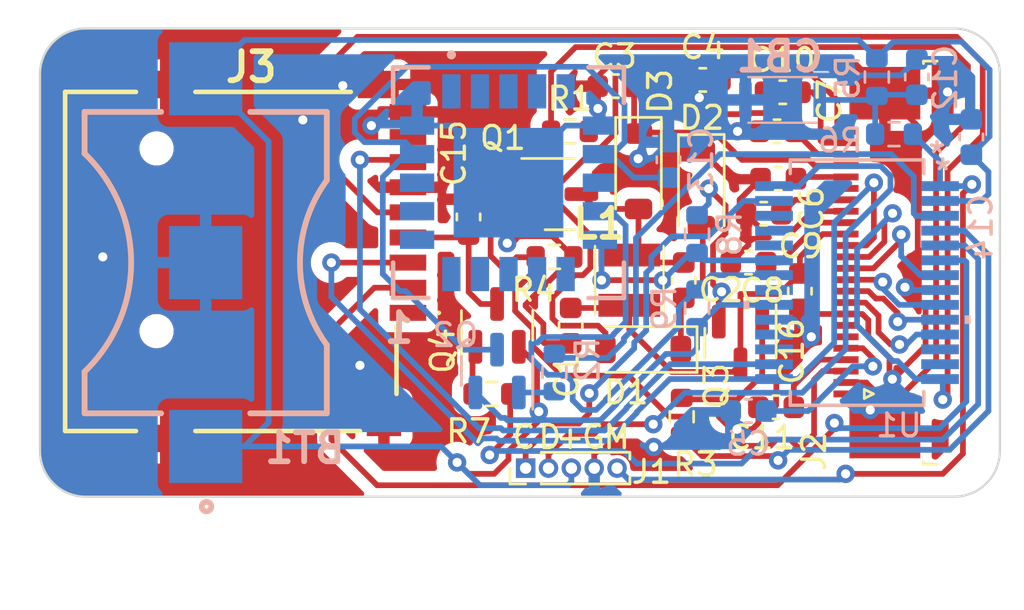
<source format=kicad_pcb>
(kicad_pcb (version 20240108) (generator "pcbnew") (generator_version "8.0")
  (layers (0 "F.Cu" signal) (31 "B.Cu" signal) (34 "B.Paste" user) (35 "F.Paste" user) (36 "B.SilkS" user "B.Silkscreen") (37 "F.SilkS" user "F.Silkscreen") (38 "B.Mask" user) (39 "F.Mask" user) (44 "Edge.Cuts" user))
  (net 0 "")
  (net 6 "GND")
  (net 7 "/CO2_3V3")
  (net 9 "/SCL")
  (net 10 "/SDA")
  (net 19 "+3.3V")
  (net 20 "/SC_3V3")
  (net 21 "Net-(D1-K)")
  (net 22 "Net-(D3-A)")
  (net 23 "/PREVGH")
  (net 24 "/VCOM")
  (net 25 "Net-(J2-Pin_5)")
  (net 26 "Net-(J2-Pin_20)")
  (net 27 "Net-(J2-Pin_22)")
  (net 28 "Net-(J2-Pin_16)")
  (net 29 "Net-(J2-Pin_18)")
  (net 30 "/PREVGL")
  (net 31 "Net-(J2-Pin_4)")
  (net 32 "/ICSPCLK")
  (net 33 "/ICSPDAT")
  (net 34 "/MCLR")
  (net 36 "/GDR")
  (net 37 "/RESE")
  (net 40 "/Screen_BUSY")
  (net 41 "/Screen_RES")
  (net 42 "/D{slash}C")
  (net 43 "/Screen_CS")
  (net 44 "/SCK")
  (net 45 "/SDI")
  (net 48 "/SD_CS")
  (net 49 "Net-(J3-VDD)")
  (net 50 "/SDO")
  (net 52 "Net-(Q2-G)")
  (net 53 "Net-(Q3-G)")
  (net 54 "Net-(Q4-G)")
  (net 55 "/CO2_PWR")
  (net 56 "/Screen_PWR")
  (net 57 "/SD_PWR")
  (net 66 "Net-(C12-Pad2)")
  (footprint "Resistor_SMD:R_0603_1608Metric" (layer "F.Cu") (at 184 126 180)
    (property "Reference" "R7")
    (property "Value" "10k")
  )
  (footprint "Capacitor_SMD:C_0603_1608Metric" (layer "F.Cu") (at 193.25 112.25)
    (property "Reference" "C4")
    (property "Value" "1u")
  )
  (footprint "Capacitor_SMD:C_0603_1608Metric" (layer "F.Cu") (at 187.470437 123.011132 -90)
    (property "Reference" "C1")
    (property "Value" "4.7u")
  )
  (footprint "Capacitor_SMD:C_0603_1608Metric" (layer "F.Cu") (at 192.418 121.020382 90)
    (property "Reference" "C2")
    (property "Value" "4.7u")
  )
  (footprint "Connector_FFC-FPC:TE_2-1734839-4_1x24-1MP_P0.5mm_Horizontal" (layer "F.Cu") (at 200.867 120.25 90)
    (property "Reference" "J2")
    (property "Value" "FPC24 (0.5mm)")
  )
  (footprint "Diode_SMD:D_SOD-123" (layer "F.Cu") (at 190.640086 124.05378 180)
    (property "Reference" "D1")
    (property "Value" "D")
  )
  (footprint "Capacitor_SMD:C_0603_1608Metric" (layer "F.Cu") (at 196.749999 112.789777)
    (property "Reference" "C10")
    (property "Value" "1u")
  )
  (footprint "Capacitor_SMD:C_0603_1608Metric" (layer "F.Cu") (at 189.427665 112.522265 180)
    (property "Reference" "C3")
    (property "Value" "1u")
  )
  (footprint "Resistor_SMD:R_0603_1608Metric" (layer "F.Cu") (at 192.327987 126.998208 90)
    (property "Reference" "R3")
    (property "Value" "10k")
  )
  (footprint "Capacitor_SMD:C_0603_1608Metric" (layer "F.Cu") (at 183 118.25 90)
    (property "Reference" "C15")
    (property "Value" "0.1u")
  )
  (footprint "Connector_PinHeader_1.00mm:PinHeader_1x05_P1.00mm_Vertical" (layer "F.Cu") (at 185.5 129.25 90)
    (property "Reference" "J1")
    (property "Value" "Conn_01x05_Pin")
  )
  (footprint "Resistor_SMD:R_0603_1608Metric" (layer "F.Cu") (at 186.7625 120 180)
    (property "Reference" "R4")
    (property "Value" "0.47")
  )
  (footprint "Capacitor_SMD:C_0603_1608Metric" (layer "F.Cu") (at 195.914234 118.110744)
    (property "Reference" "C9")
    (property "Value" "1u")
  )
  (footprint "Capacitor_SMD:C_0603_1608Metric" (layer "F.Cu") (at 195.25 120.25)
    (property "Reference" "C8")
    (property "Value" "1u")
  )
  (footprint "Package_TO_SOT_SMD:SOT-23" (layer "F.Cu") (at 184.25 123 90)
    (property "Reference" "Q4")
    (property "Value" "PMOS")
  )
  (footprint "Resistor_SMD:R_0603_1608Metric" (layer "F.Cu") (at 187.4375 114.5)
    (property "Reference" "R1")
    (property "Value" "1M")
  )
  (footprint "Package_TO_SOT_SMD:SOT-23" (layer "F.Cu") (at 194.899501 123.772088 -90)
    (property "Reference" "Q3")
    (property "Value" "PMOS")
  )
  (footprint "Diode_SMD:D_SOD-123" (layer "F.Cu") (at 193.1875 117 -90)
    (property "Reference" "D2")
    (property "Value" "D")
  )
  (footprint "Package_TO_SOT_SMD:SOT-23" (layer "F.Cu") (at 187 117.25)
    (property "Reference" "Q1")
    (property "Value" "NMOS")
  )
  (footprint "Diode_SMD:D_SOD-123" (layer "F.Cu") (at 190.4375 116.25 -90)
    (property "Reference" "D3")
    (property "Value" "D")
  )
  (footprint "Capacitor_SMD:C_0603_1608Metric" (layer "F.Cu") (at 196.458764 126.58553)
    (property "Reference" "C11")
    (property "Value" "1u")
  )
  (footprint "Capacitor_SMD:C_0603_1608Metric" (layer "F.Cu") (at 196.553724 116.574577)
    (property "Reference" "C6")
    (property "Value" "1u")
  )
  (footprint "CO2_Sensor_Footprint:MSD1A" (layer "F.Cu") (at 172.85 120.2 -90)
    (property "Reference" "J3")
    (property "Value" "Micro_SD_Card" (hide yes))
  )
  (footprint "Capacitor_SMD:C_0603_1608Metric" (layer "F.Cu") (at 197.5 121.5 90)
    (property "Reference" "C16")
    (property "Value" "0.1u")
  )
  (footprint "Capacitor_SMD:C_0603_1608Metric" (layer "F.Cu") (at 196.5 114.5)
    (property "Reference" "C7")
    (property "Value" "1u")
  )
  (footprint "CO2_Sensor_Footprint:SRN3015" (layer "F.Cu") (at 190.03535 121.019676)
    (property "Reference" "L1")
    (property "Value" "10u" (hide yes))
  )
  (footprint "Capacitor_SMD:C_0603_1608Metric" (layer "B.Cu") (at 191.75 115.75 90)
    (property "Reference" "C13")
    (property "Value" "0.1u")
  )
  (footprint "CO2_Sensor_Footprint:SCD40DR2" (layer "B.Cu") (at 184.75 116.75 -90)
    (property "Reference" "1")
    (property "Value" "SCD40-D-R2" (hide yes))
  )
  (footprint "CO2_Sensor_Footprint:SSOP28_SS_MCH" (layer "B.Cu") (at 200 121.125035 180)
    (property "Reference" "U1")
    (property "Value" "PIC16F18155-I_SS")
  )
  (footprint "Resistor_SMD:R_0603_1608Metric" (layer "B.Cu") (at 200.8678 112.125035 90)
    (property "Reference" "R5")
    (property "Value" "10k")
  )
  (footprint "CO2_Sensor_Footprint:TL3780AF240QG" (layer "B.Cu") (at 196.7428 113.125035 180)
    (property "Reference" "CB1")
    (property "Value" "CircuitBreaker_1P" (hide yes))
  )
  (footprint "Capacitor_SMD:C_0603_1608Metric" (layer "B.Cu") (at 205 114.75 -90)
    (property "Reference" "C14")
    (property "Value" "0.1u")
  )
  (footprint "Resistor_SMD:R_0603_1608Metric" (layer "B.Cu") (at 193 119 90)
    (property "Reference" "R8")
    (property "Value" "10k")
  )
  (footprint "Package_TO_SOT_SMD:SOT-23" (layer "B.Cu") (at 184.25 125 90)
    (property "Reference" "Q2")
    (property "Value" "PMOS")
  )
  (footprint "Capacitor_SMD:C_0603_1608Metric" (layer "B.Cu") (at 202.6178 112.125035 -90)
    (property "Reference" "C12")
    (property "Value" "10n")
  )
  (footprint "Resistor_SMD:R_0603_1608Metric" (layer "B.Cu") (at 186.759249 125.060911 -90)
    (property "Reference" "R2")
    (property "Value" "10k")
  )
  (footprint "Resistor_SMD:R_0603_1608Metric" (layer "B.Cu") (at 193 122.25 -90)
    (property "Reference" "R9")
    (property "Value" "10k")
  )
  (footprint "Resistor_SMD:R_0603_1608Metric" (layer "B.Cu") (at 201.6178 114.625035 180)
    (property "Reference" "R6")
    (property "Value" "300")
  )
  (footprint "CO2_Sensor_Footprint:SMTM1225" (layer "B.Cu") (at 171.5 120.25 90)
    (property "Reference" "BT1")
    (property "Value" "CR2032" (hide yes))
  )
  (footprint "Capacitor_SMD:C_0603_1608Metric" (layer "B.Cu") (at 195.25 126.75)
    (property "Reference" "C5")
    (property "Value" "1u")
  )
  (gr_arc (start 164.25 112) (mid 164.835786 110.585786) (end 166.25 110) (stroke (width 0.1)) (layer "Edge.Cuts"))
  (gr_arc (start 204.25 110) (mid 205.664214 110.585786) (end 206.25 112) (stroke (width 0.1)) (layer "Edge.Cuts"))
  (gr_arc (start 206.25 128.5) (mid 205.664214 129.914214) (end 204.25 130.5) (stroke (width 0.1)) (layer "Edge.Cuts"))
  (gr_line (start 206.25 128.5) (end 206.25 112) (stroke (width 0.1)) (layer "Edge.Cuts"))
  (gr_line (start 204.25 110) (end 166.25 110) (stroke (width 0.1)) (layer "Edge.Cuts"))
  (gr_line (start 164.25 112) (end 164.25 128.5) (stroke (width 0.1)) (layer "Edge.Cuts"))
  (gr_line (start 166.25 130.5) (end 204.25 130.5) (stroke (width 0.1)) (layer "Edge.Cuts"))
  (gr_arc (start 166.25 130.5) (mid 164.835786 129.914214) (end 164.25 128.5) (stroke (width 0.1)) (layer "Edge.Cuts"))
  (gr_text "C" (at 185.42 127.889 0) (layer "F.SilkS") (effects (font (size 1 1))))
  (gr_text "D" (at 186.563 127.889 0) (layer "F.SilkS") (effects (font (size 1 1))))
  (gr_text "+" (at 187.452 127.889 0) (layer "F.SilkS") (effects (font (size 1 1))))
  (gr_text "G" (at 188.468 127.889 0) (layer "F.SilkS") (effects (font (size 1 1))))
  (gr_text "M" (at 189.484 127.889 0) (layer "F.SilkS") (effects (font (size 1 1))))
  (segment (start 203 123.898) (end 203 122.23273) (width 0.25) (layer "F.Cu") (net 6))
  (segment (start 191.497265 111.272265) (end 189.477735 111.272265) (width 0.25) (layer "F.Cu") (net 6))
  (segment (start 186.275 122.929908) (end 186.275 123.739708) (width 0.25) (layer "F.Cu") (net 6))
  (segment (start 193.097043 113.0255) (end 192.475 112.403457) (width 0.25) (layer "F.Cu") (net 6))
  (segment (start 195.714776 113.05) (end 195.974999 112.789777) (width 0.25) (layer "F.Cu") (net 6))
  (segment (start 188.6625 113.502353) (end 188.6625 114.1) (width 0.25) (layer "F.Cu") (net 6))
  (segment (start 197.5 123.5) (end 197.5 122.275) (width 0.25) (layer "F.Cu") (net 6))
  (segment (start 198 123.5) (end 197.5 123.5) (width 0.25) (layer "F.Cu") (net 6))
  (segment (start 188.6625 112.5) (end 188.6625 113.502353) (width 0.25) (layer "F.Cu") (net 6))
  (segment (start 195.683764 126.58553) (end 195.683764 127.277236) (width 0.25) (layer "F.Cu") (net 6))
  (segment (start 195.25 119.475) (end 195.25 118.5) (width 0.25) (layer "F.Cu") (net 6))
  (segment (start 201.501799 126.701799) (end 202.7 127.9) (width 0.25) (layer "F.Cu") (net 6))
  (segment (start 191.100405 128.3255) (end 190.925905 128.5) (width 0.25) (layer "F.Cu") (net 6))
  (segment (start 200.49356 122.763968) (end 200.229592 122.5) (width 0.25) (layer "F.Cu") (net 6))
  (segment (start 196.469 125.531) (end 197.5 124.5) (width 0.25) (layer "F.Cu") (net 6))
  (segment (start 195.412361 127.548639) (end 194.75 127.548639) (width 0.25) (layer "F.Cu") (net 6))
  (segment (start 193.121543 113.05) (end 195.714776 113.05) (width 0.25) (layer "F.Cu") (net 6))
  (segment (start 188.652665 112.097335) (end 188.652665 112.522265) (width 0.25) (layer "F.Cu") (net 6))
  (segment (start 188.64896 128.5) (end 188.5 128.64896) (width 0.25) (layer "F.Cu") (net 6))
  (segment (start 198.052795 118) (end 197.142051 118.910744) (width 0.25) (layer "F.Cu") (net 6))
  (segment (start 187.5875 120) (end 185.5 122.0875) (width 0.25) (layer "F.Cu") (net 6))
  (segment (start 195.778724 116.574577) (end 195.975 116.770853) (width 0.25) (layer "F.Cu") (net 6))
  (segment (start 199.837 111.45) (end 201.217 112.83) (width 0.25) (layer "F.Cu") (net 6))
  (segment (start 196.458764 126.107713) (end 196.469 126.097477) (width 0.25) (layer "F.Cu") (net 6))
  (segment (start 194.8625 118.1125) (end 194.8625 117.490801) (width 0.25) (layer "F.Cu") (net 6))
  (segment (start 192.475 112.403457) (end 192.475 112.25) (width 0.25) (layer "F.Cu") (net 6))
  (segment (start 195.939234 118.910744) (end 195.139234 118.110744) (width 0.25) (layer "F.Cu") (net 6))
  (segment (start 186.275 123.739708) (end 186.310292 123.775) (width 0.25) (layer "F.Cu") (net 6))
  (segment (start 202.656007 120.771251) (end 202.097264 121.329994) (width 0.25) (layer "F.Cu") (net 6))
  (segment (start 186.68125 119.09375) (end 187.5875 120) (width 0.25) (layer "F.Cu") (net 6))
  (segment (start 192.837715 115.699785) (end 193.1875 115.35) (width 0.25) (layer "F.Cu") (net 6))
  (segment (start 185.5 122.154908) (end 186.275 122.929908) (width 0.25) (layer "F.Cu") (net 6))
  (segment (start 197.725 122.5) (end 197.5 122.275) (width 0.25) (layer "F.Cu") (net 6))
  (segment (start 188.661645 113.501498) (end 188.661645 112.31044) (width 0.25) (layer "F.Cu") (net 6))
  (segment (start 194.8625 117.490801) (end 195.778724 116.574577) (width 0.25) (layer "F.Cu") (net 6))
  (segment (start 200.49356 123.49356) (end 200.49356 122.763968) (width 0.25) (layer "F.Cu") (net 6))
  (segment (start 174.2 112.45) (end 175.75 114) (width 0.25) (layer "F.Cu") (net 6))
  (segment (start 193.275 111.45) (end 199.837 111.45) (width 0.25) (layer "F.Cu") (net 6))
  (segment (start 195.297467 118.60946) (end 195.297467 118.547467) (width 0.25) (layer "F.Cu") (net 6))
  (segment (start 201.217 112.83) (end 202.656007 114.269007) (width 0.25) (layer "F.Cu") (net 6))
  (segment (start 188.6625 114.1) (end 188.2625 114.5) (width 0.25) (layer "F.Cu") (net 6))
  (segment (start 169.75 112.45) (end 174.2 112.45) (width 0.25) (layer "F.Cu") (net 6))
  (segment (start 190.925905 128.5) (end 188.64896 128.5) (width 0.25) (layer "F.Cu") (net 6))
  (segment (start 185.5 122.0875) (end 185.5 122.154908) (width 0.25) (layer "F.Cu") (net 6))
  (segment (start 195.25 118.5) (end 194.8625 118.1125) (width 0.25) (layer "F.Cu") (net 6))
  (segment (start 202.656007 114.269007) (end 202.656007 120.771251) (width 0.25) (layer "F.Cu") (net 6))
  (segment (start 180.35 113.65) (end 179.35 113.65) (width 0.25) (layer "F.Cu") (net 6))
  (segment (start 199.45 118) (end 198.052795 118) (width 0.25) (layer "F.Cu") (net 6))
  (segment (start 203 122.23273) (end 202.097264 121.329994) (width 0.25) (layer "F.Cu") (net 6))
  (segment (start 185.000669 119.09375) (end 186.68125 119.09375) (width 0.25) (layer "F.Cu") (net 6))
  (segment (start 195.297467 118.547467) (end 194.8625 118.1125) (width 0.25) (layer "F.Cu") (net 6))
  (segment (start 196.211 126.75) (end 196.458764 126.502236) (width 0.25) (layer "F.Cu") (net 6))
  (segment (start 188.5 128.64896) (end 188.5 129.25) (width 0.25) (layer "F.Cu") (net 6))
  (segment (start 201.418201 124.418201) (end 200.49356 123.49356) (width 0.25) (layer "F.Cu") (net 6))
  (segment (start 196.458764 126.502236) (end 196.458764 126.107713) (width 0.25) (layer "F.Cu") (net 6))
  (segment (start 194.475 120.25) (end 195.25 119.475) (width 0.25) (layer "F.Cu") (net 6))
  (segment (start 197.142051 118.910744) (end 195.939234 118.910744) (width 0.25) (layer "F.Cu") (net 6))
  (segment (start 194.774 114.5) (end 195.725 114.5) (width 0.25) (layer "F.Cu") (net 6))
  (segment (start 200.577201 126.701799) (end 201.501799 126.701799) (width 0.25) (layer "F.Cu") (net 6))
  (segment (start 190.423449 115.699785) (end 192.837715 115.699785) (width 0.25) (layer "F.Cu") (net 6))
  (segment (start 195.725 126.75) (end 196.211 126.75) (width 0.25) (layer "F.Cu") (net 6))
  (segment (start 179.35 113.65) (end 178.75 114.25) (width 0.25) (layer "F.Cu") (net 6))
  (segment (start 196.469 126.097477) (end 196.469 125.531) (width 0.25) (layer "F.Cu") (net 6))
  (segment (start 200.229592 122.5) (end 197.725 122.5) (width 0.25) (layer "F.Cu") (net 6))
  (segment (start 201.544701 125.353299) (end 201.418201 125.226799) (width 0.25) (layer "F.Cu") (net 6))
  (segment (start 201.418201 125.226799) (end 201.418201 124.418201) (width 0.25) (layer "F.Cu") (net 6))
  (segment (start 201.544701 125.353299) (end 203 123.898) (width 0.25) (layer "F.Cu") (net 6))
  (segment (start 195.778724 116.574577) (end 194.412077 116.574577) (width 0.25) (layer "F.Cu") (net 6))
  (segment (start 195.683764 127.277236) (end 195.412361 127.548639) (width 0.25) (layer "F.Cu") (net 6))
  (segment (start 188.6625 113.502353) (end 188.661645 113.501498) (width 0.25) (layer "F.Cu") (net 6))
  (segment (start 184.693921 119.400498) (end 185.000669 119.09375) (width 0.25) (layer "F.Cu") (net 6))
  (segment (start 193.097043 113.0255) (end 193.121543 113.05) (width 0.25) (layer "F.Cu") (net 6))
  (segment (start 186.310292 123.775) (end 187.306349 123.775) (width 0.25) (layer "F.Cu") (net 6))
  (segment (start 197.5 124.5) (end 197.5 123.5) (width 0.25) (layer "F.Cu") (net 6))
  (segment (start 189.477735 111.272265) (end 188.652665 112.097335) (width 0.25) (layer "F.Cu") (net 6))
  (segment (start 192.475 112.25) (end 191.497265 111.272265) (width 0.25) (layer "F.Cu") (net 6))
  (segment (start 194.412077 116.574577) (end 193.1875 115.35) (width 0.25) (layer "F.Cu") (net 6))
  (segment (start 192.475 112.25) (end 193.275 111.45) (width 0.25) (layer "F.Cu") (net 6))
  (via (at 194.774 114.5) (size 0.8) (drill 0.4) (layers "F.Cu" "B.Cu") (net 6))
  (via (at 203.962 112.776) (size 0.8) (drill 0.4) (layers "F.Cu" "B.Cu") (net 6))
  (via (at 190.423449 115.699785) (size 0.8) (drill 0.4) (layers "F.Cu" "B.Cu") (net 6))
  (via (at 177.5 112.5) (size 0.8) (drill 0.4) (layers "F.Cu" "B.Cu") (net 6))
  (via (at 188.6625 113.502353) (size 0.8) (drill 0.4) (layers "F.Cu" "B.Cu") (net 6))
  (via (at 184.693921 119.400498) (size 0.8) (drill 0.4) (layers "F.Cu" "B.Cu") (net 6))
  (via (at 167 120) (size 0.8) (drill 0.4) (layers "F.Cu" "B.Cu") (net 6))
  (via (at 178.75 114.25) (size 0.8) (drill 0.4) (layers "F.Cu" "B.Cu") (net 6))
  (via (at 202.097264 121.329994) (size 0.8) (drill 0.4) (layers "F.Cu" "B.Cu") (net 6))
  (via (at 193.097043 113.0255) (size 0.8) (drill 0.4) (layers "F.Cu" "B.Cu") (net 6))
  (via (at 200.577201 126.701799) (size 0.8) (drill 0.4) (layers "F.Cu" "B.Cu") (net 6))
  (via (at 178.25 124.75) (size 0.8) (drill 0.4) (layers "F.Cu" "B.Cu") (net 6))
  (via (at 175.75 114) (size 0.8) (drill 0.4) (layers "F.Cu" "B.Cu") (net 6))
  (via (at 201.544701 125.353299) (size 0.8) (drill 0.4) (layers "F.Cu" "B.Cu") (net 6))
  (via (at 191.100405 128.3255) (size 0.8) (drill 0.4) (layers "F.Cu" "B.Cu") (net 6))
  (via (at 198 123.5) (size 0.8) (drill 0.4) (layers "F.Cu" "B.Cu") (net 6))
  (via (at 194.75 127.548639) (size 0.8) (drill 0.4) (layers "F.Cu" "B.Cu") (net 6))
  (segment (start 180.75 114.25) (end 182.25 114.25) (width 0.25) (layer "B.Cu") (net 6))
  (segment (start 178.75 114.25) (end 180.75 114.25) (width 0.25) (layer "B.Cu") (net 6))
  (segment (start 193.973139 128.3255) (end 194.75 127.548639) (width 0.25) (layer "B.Cu") (net 6))
  (segment (start 194.75 127.025) (end 194.475 126.75) (width 0.25) (layer "B.Cu") (net 6))
  (segment (start 201.9178 112.050035) (end 202.6178 111.350035) (width 0.25) (layer "B.Cu") (net 6))
  (segment (start 184.693921 119.400498) (end 184.75 119.344419) (width 0.25) (layer "B.Cu") (net 6))
  (segment (start 187.25 114.25) (end 184.75 116.75) (width 0.25) (layer "B.Cu") (net 6))
  (segment (start 196.3678 122.75) (end 197.25 122.75) (width 0.25) (layer "B.Cu") (net 6))
  (segment (start 191.025215 115.699785) (end 191.75 114.975) (width 0.25) (layer "B.Cu") (net 6))
  (segment (start 201.544701 125.353299) (end 201.544701 125.734299) (width 0.25) (layer "B.Cu") (net 6))
  (segment (start 184.75 119.344419) (end 184.75 116.75) (width 0.25) (layer "B.Cu") (net 6))
  (segment (start 201.544701 125.734299) (end 200.577201 126.701799) (width 0.25) (layer "B.Cu") (net 6))
  (segment (start 190.423449 115.699785) (end 191.025215 115.699785) (width 0.25) (layer "B.Cu") (net 6))
  (segment (start 202.217298 121.450028) (end 203.6322 121.450028) (width 0.25) (layer "B.Cu") (net 6))
  (segment (start 202.097264 121.329994) (end 202.217298 121.450028) (width 0.25) (layer "B.Cu") (net 6))
  (segment (start 191.100405 128.3255) (end 193.973139 128.3255) (width 0.25) (layer "B.Cu") (net 6))
  (segment (start 194.072508 112.050035) (end 201.9178 112.050035) (width 0.25) (layer "B.Cu") (net 6))
  (segment (start 182.25 114.25) (end 184.75 116.75) (width 0.25) (layer "B.Cu") (net 6))
  (segment (start 188.75 114.25) (end 187.25 114.25) (width 0.25) (layer "B.Cu") (net 6))
  (segment (start 193.097043 113.0255) (end 194.072508 112.050035) (width 0.25) (layer "B.Cu") (net 6))
  (segment (start 197.25 122.75) (end 198 123.5) (width 0.25) (layer "B.Cu") (net 6))
  (segment (start 194.75 127.548639) (end 194.75 127.025) (width 0.25) (layer "B.Cu") (net 6))
  (segment (start 195.018265 113.0255) (end 195.1178 113.125035) (width 0.25) (layer "B.Cu") (net 6))
  (segment (start 193.097043 113.0255) (end 195.018265 113.0255) (width 0.25) (layer "B.Cu") (net 6))
  (segment (start 188.175 111.675) (end 180.299695 111.675) (width 0.25) (layer "B.Cu") (net 7))
  (segment (start 182.8125 124.0625) (end 180.25 121.5) (width 0.25) (layer "B.Cu") (net 7))
  (segment (start 188.75 115.5) (end 189.3 115.5) (width 0.25) (layer "B.Cu") (net 7))
  (segment (start 180.225 114.975) (end 180.75 115.5) (width 0.25) (layer "B.Cu") (net 7))
  (segment (start 180 121.5) (end 179.25 120.75) (width 0.25) (layer "B.Cu") (net 7))
  (segment (start 188.75 115.5) (end 189.198359 115.5) (width 0.25) (layer "B.Cu") (net 7))
  (segment (start 179.25 120.75) (end 179.25 116.5) (width 0.25) (layer "B.Cu") (net 7))
  (segment (start 180.25 121.5) (end 180 121.5) (width 0.25) (layer "B.Cu") (net 7))
  (segment (start 178.449695 114.975) (end 180.225 114.975) (width 0.25) (layer "B.Cu") (net 7))
  (segment (start 189.3 115.5) (end 189.825 114.975) (width 0.25) (layer "B.Cu") (net 7))
  (segment (start 189.825 113.325) (end 188.175 111.675) (width 0.25) (layer "B.Cu") (net 7))
  (segment (start 180.25 115.5) (end 180.75 115.5) (width 0.25) (layer "B.Cu") (net 7))
  (segment (start 189.198359 115.5) (end 190.223359 116.525) (width 0.25) (layer "B.Cu") (net 7))
  (segment (start 179.25 116.5) (end 180.25 115.5) (width 0.25) (layer "B.Cu") (net 7))
  (segment (start 178.025 113.949695) (end 178.025 114.550305) (width 0.25) (layer "B.Cu") (net 7))
  (segment (start 189.825 114.975) (end 189.825 113.325) (width 0.25) (layer "B.Cu") (net 7))
  (segment (start 190.223359 116.525) (end 191.75 116.525) (width 0.25) (layer "B.Cu") (net 7))
  (segment (start 180.299695 111.675) (end 178.025 113.949695) (width 0.25) (layer "B.Cu") (net 7))
  (segment (start 184.25 124.0625) (end 182.8125 124.0625) (width 0.25) (layer "B.Cu") (net 7))
  (segment (start 178.025 114.550305) (end 178.449695 114.975) (width 0.25) (layer "B.Cu") (net 7))
  (segment (start 186.466787 125.160911) (end 185.75 124.444124) (width 0.25) (layer "B.Cu") (net 9))
  (segment (start 186.027698 123.75) (end 186.266787 123.510911) (width 0.25) (layer "B.Cu") (net 9))
  (segment (start 187.559249 125.468449) (end 187.251711 125.160911) (width 0.25) (layer "B.Cu") (net 9))
  (segment (start 186.266787 123.510911) (end 189.239089 123.510911) (width 0.25) (layer "B.Cu") (net 9))
  (segment (start 192.2 122.225) (end 192.2 123.05) (width 0.25) (layer "B.Cu") (net 9))
  (segment (start 189.25 118) (end 188.75 118) (width 0.25) (layer "B.Cu") (net 9))
  (segment (start 189.008749 126.241251) (end 189.008749 126.274875) (width 0.25) (layer "B.Cu") (net 9))
  (segment (start 189.35 123.4) (end 189.35 123.377208) (width 0.25) (layer "B.Cu") (net 9))
  (segment (start 187.983444 126.69957) (end 187.559249 126.275375) (width 0.25) (layer "B.Cu") (net 9))
  (segment (start 185.75 123.75) (end 186.027698 123.75) (width 0.25) (layer "B.Cu") (net 9))
  (segment (start 189.008749 126.274875) (end 188.584054 126.69957) (width 0.25) (layer "B.Cu") (net 9))
  (segment (start 193.624958 120.800042) (end 193 121.425) (width 0.25) (layer "B.Cu") (net 9))
  (segment (start 193 121.425) (end 192.2 122.225) (width 0.25) (layer "B.Cu") (net 9))
  (segment (start 189.35 123.377208) (end 189.875 122.852208) (width 0.25) (layer "B.Cu") (net 9))
  (segment (start 189.875 118.625) (end 189.25 118) (width 0.25) (layer "B.Cu") (net 9))
  (segment (start 189.875 122.852208) (end 189.875 118.625) (width 0.25) (layer "B.Cu") (net 9))
  (segment (start 192.2 123.05) (end 189.008749 126.241251) (width 0.25) (layer "B.Cu") (net 9))
  (segment (start 185.75 124.444124) (end 185.75 123.75) (width 0.25) (layer "B.Cu") (net 9))
  (segment (start 188.584054 126.69957) (end 187.983444 126.69957) (width 0.25) (layer "B.Cu") (net 9))
  (segment (start 187.251711 125.160911) (end 186.466787 125.160911) (width 0.25) (layer "B.Cu") (net 9))
  (segment (start 196.3678 120.800042) (end 193.624958 120.800042) (width 0.25) (layer "B.Cu") (net 9))
  (segment (start 189.239089 123.510911) (end 189.35 123.4) (width 0.25) (layer "B.Cu") (net 9))
  (segment (start 187.559249 126.275375) (end 187.559249 125.468449) (width 0.25) (layer "B.Cu") (net 9))
  (segment (start 191.4995 121.026507) (end 191.492171 121.019178) (width 0.25) (layer "F.Cu") (net 10))
  (segment (start 191.492171 121.019178) (end 188.821751 121.019178) (width 0.25) (layer "F.Cu") (net 10))
  (via (at 191.4995 121.026507) (size 0.8) (drill 0.4) (layers "F.Cu" "B.Cu") (net 10))
  (via (at 188.821751 121.019178) (size 0.8) (drill 0.4) (layers "F.Cu" "B.Cu") (net 10))
  (segment (start 188.821751 121.019178) (end 188.821751 119.321751) (width 0.25) (layer "B.Cu") (net 10))
  (segment (start 196.3678 120.150056) (end 193.325056 120.150056) (width 0.25) (layer "B.Cu") (net 10))
  (segment (start 188.821751 119.321751) (end 188.75 119.25) (width 0.25) (layer "B.Cu") (net 10))
  (segment (start 191.4995 121.026507) (end 192.701007 119.825) (width 0.25) (layer "B.Cu") (net 10))
  (segment (start 193.325056 120.150056) (end 193 119.825) (width 0.25) (layer "B.Cu") (net 10))
  (segment (start 192.701007 119.825) (end 193 119.825) (width 0.25) (layer "B.Cu") (net 10))
  (segment (start 186 127.25) (end 186 124.7375) (width 0.25) (layer "F.Cu") (net 19))
  (segment (start 182.5 129) (end 183 129.5) (width 0.25) (layer "F.Cu") (net 19))
  (segment (start 183 129.5) (end 184.124901 129.5) (width 0.25) (layer "F.Cu") (net 19))
  (segment (start 193.949501 121.649541) (end 194.0745 121.524542) (width 0.25) (layer "F.Cu") (net 19))
  (segment (start 184.124901 129.5) (end 184.75 128.874901) (width 0.25) (layer "F.Cu") (net 19))
  (segment (start 193.7 121.2) (end 193.7 119.515317) (width 0.25) (layer "F.Cu") (net 19))
  (segment (start 186 124.7375) (end 185.2 123.9375) (width 0.25) (layer "F.Cu") (net 19))
  (segment (start 193.949501 121.449501) (end 193.7 121.2) (width 0.25) (layer "F.Cu") (net 19))
  (segment (start 194.25 117.75) (end 193.512299 117.012299) (width 0.25) (layer "F.Cu") (net 19))
  (segment (start 186.0762 127.1738) (end 186 127.25) (width 0.25) (layer "F.Cu") (net 19))
  (segment (start 184.75 128.874901) (end 184.75 128.5) (width 0.25) (layer "F.Cu") (net 19))
  (segment (start 193.949501 122.834588) (end 193.949501 121.449501) (width 0.25) (layer "F.Cu") (net 19))
  (segment (start 186.0762 126.773441) (end 186.0762 127.1738) (width 0.25) (layer "F.Cu") (net 19))
  (segment (start 193.7 119.515317) (end 194.25 118.965317) (width 0.25) (layer "F.Cu") (net 19))
  (segment (start 184.75 128.5) (end 186 127.25) (width 0.25) (layer "F.Cu") (net 19))
  (segment (start 194.25 118.965317) (end 194.25 117.75) (width 0.25) (layer "F.Cu") (net 19))
  (segment (start 193.949501 122.834588) (end 193.949501 121.649541) (width 0.25) (layer "F.Cu") (net 19))
  (via (at 193.512299 117.012299) (size 0.8) (drill 0.4) (layers "F.Cu" "B.Cu") (net 19))
  (via (at 186.0762 126.773441) (size 0.8) (drill 0.4) (layers "F.Cu" "B.Cu") (net 19))
  (via (at 194.0745 121.524542) (size 0.8) (drill 0.4) (layers "F.Cu" "B.Cu") (net 19))
  (via (at 182.5 129) (size 0.8) (drill 0.4) (layers "F.Cu" "B.Cu") (net 19))
  (segment (start 194.5 122.100014) (end 193.974986 122.100014) (width 0.25) (layer "B.Cu") (net 19))
  (segment (start 174.25 114.95) (end 171.5 112.2) (width 0.25) (layer "B.Cu") (net 19))
  (segment (start 205.8 114.725) (end 205 115.525) (width 0.25) (layer "B.Cu") (net 19))
  (segment (start 194.0745 121.524542) (end 194.0745 121.674514) (width 0.25) (layer "B.Cu") (net 19))
  (segment (start 186 127.15) (end 184.698693 127.15) (width 0.25) (layer "B.Cu") (net 19))
  (segment (start 205 115.525) (end 205.75 116.275) (width 0.25) (layer "B.Cu") (net 19))
  (segment (start 187.35104 130) (end 183.5 130) (width 0.25) (layer "B.Cu") (net 19))
  (segment (start 205.75 117.25) (end 205.449888 117.550112) (width 0.25) (layer "B.Cu") (net 19))
  (segment (start 171.5 112.2) (end 173.2 110.5) (width 0.25) (layer "B.Cu") (net 19))
  (segment (start 205.75 116.275) (end 205.75 117.25) (width 0.25) (layer "B.Cu") (net 19))
  (segment (start 187.5 129.85104) (end 187.35104 130) (width 0.25) (layer "B.Cu") (net 19))
  (segment (start 184.412 127.0495) (end 183.3 125.9375) (width 0.25) (layer "B.Cu") (net 19))
  (segment (start 200.8678 111.300035) (end 201.5928 110.575035) (width 0.25) (layer "B.Cu") (net 19))
  (segment (start 186.0762 126.773441) (end 186.0762 127.0738) (width 0.25) (layer "B.Cu") (net 19))
  (segment (start 200.067765 110.5) (end 200.8678 111.300035) (width 0.25) (layer "B.Cu") (net 19))
  (segment (start 204.575035 110.575035) (end 205.8 111.8) (width 0.25) (layer "B.Cu") (net 19))
  (segment (start 205.449888 117.550112) (end 203.6322 117.550112) (width 0.25) (layer "B.Cu") (net 19))
  (segment (start 184.598193 127.0495) (end 184.412 127.0495) (width 0.25) (layer "B.Cu") (net 19))
  (segment (start 189.458749 126.461271) (end 188.77002 127.15) (width 0.25) (layer "B.Cu") (net 19))
  (segment (start 196.3678 122.100014) (end 194.5 122.100014) (width 0.25) (layer "B.Cu") (net 19))
  (segment (start 191.636438 124.249958) (end 189.458749 126.427647) (width 0.25) (layer "B.Cu") (net 19))
  (segment (start 188.77002 127.15) (end 186 127.15) (width 0.25) (layer "B.Cu") (net 19))
  (segment (start 174.25 127.25) (end 174.25 114.95) (width 0.25) (layer "B.Cu") (net 19))
  (segment (start 193.6625 122.4125) (end 193 123.075) (width 0.25) (layer "B.Cu") (net 19))
  (segment (start 182.5 129) (end 181.8 128.3) (width 0.25) (layer "B.Cu") (net 19))
  (segment (start 186.0762 127.0738) (end 186 127.15) (width 0.25) (layer "B.Cu") (net 19))
  (segment (start 193 124) (end 192.750042 124.249958) (width 0.25) (layer "B.Cu") (net 19))
  (segment (start 173.2 128.3) (end 174.25 127.25) (width 0.25) (layer "B.Cu") (net 19))
  (segment (start 193.512299 117.012299) (end 193.512299 117.662701) (width 0.25) (layer "B.Cu") (net 19))
  (segment (start 181.8 128.3) (end 171.5 128.3) (width 0.25) (layer "B.Cu") (net 19))
  (segment (start 205.8 111.8) (end 205.8 114.725) (width 0.25) (layer "B.Cu") (net 19))
  (segment (start 201.5928 110.575035) (end 204.575035 110.575035) (width 0.25) (layer "B.Cu") (net 19))
  (segment (start 171.5 128.3) (end 173.2 128.3) (width 0.25) (layer "B.Cu") (net 19))
  (segment (start 193.974986 122.100014) (end 193.6625 122.4125) (width 0.25) (layer "B.Cu") (net 19))
  (segment (start 183.5 130) (end 182.5 129) (width 0.25) (layer "B.Cu") (net 19))
  (segment (start 184.698693 127.15) (end 184.598193 127.0495) (width 0.25) (layer "B.Cu") (net 19))
  (segment (start 193 123.075) (end 193 124) (width 0.25) (layer "B.Cu") (net 19))
  (segment (start 193.512299 117.662701) (end 193 118.175) (width 0.25) (layer "B.Cu") (net 19))
  (segment (start 189.458749 126.427647) (end 189.458749 126.461271) (width 0.25) (layer "B.Cu") (net 19))
  (segment (start 192.750042 124.249958) (end 191.636438 124.249958) (width 0.25) (layer "B.Cu") (net 19))
  (segment (start 194.0745 121.674514) (end 194.5 122.100014) (width 0.25) (layer "B.Cu") (net 19))
  (segment (start 173.2 110.5) (end 200.067765 110.5) (width 0.25) (layer "B.Cu") (net 19))
  (segment (start 187.5 129.25) (end 187.5 129.85104) (width 0.25) (layer "B.Cu") (net 19))
  (segment (start 191.894704 125.036215) (end 194.572874 125.036215) (width 0.25) (layer "F.Cu") (net 20))
  (segment (start 196.600337 121.624663) (end 197.5 120.725) (width 0.25) (layer "F.Cu") (net 20))
  (segment (start 198.5 119) (end 197.5 120) (width 0.25) (layer "F.Cu") (net 20))
  (segment (start 194.572874 125.036215) (end 194.899501 124.709588) (width 0.25) (layer "F.Cu") (net 20))
  (segment (start 191.894704 125.036215) (end 190.03535 123.176861) (width 0.25) (layer "F.Cu") (net 20))
  (segment (start 187.470437 122.236132) (end 189.918894 122.236132) (width 0.25) (layer "F.Cu") (net 20))
  (segment (start 194.899501 121.624663) (end 196.600337 121.624663) (width 0.25) (layer "F.Cu") (net 20))
  (segment (start 199.45 119) (end 198.5 119) (width 0.25) (layer "F.Cu") (net 20))
  (segment (start 189.918894 122.236132) (end 190.03535 122.119676) (width 0.25) (layer "F.Cu") (net 20))
  (segment (start 194.899501 124.709588) (end 194.899501 121.624663) (width 0.25) (layer "F.Cu") (net 20))
  (segment (start 190.03535 123.176861) (end 190.03535 122.119676) (width 0.25) (layer "F.Cu") (net 20))
  (segment (start 197.5 120) (end 197.5 120.725) (width 0.25) (layer "F.Cu") (net 20))
  (segment (start 193.25 118.7125) (end 193.25 121.075) (width 0.25) (layer "F.Cu") (net 21))
  (segment (start 192.290086 122.034914) (end 192.290086 124.05378) (width 0.25) (layer "F.Cu") (net 21))
  (segment (start 193.25 121.075) (end 192.290086 122.034914) (width 0.25) (layer "F.Cu") (net 21))
  (segment (start 193.1875 118.65) (end 193.25 118.7125) (width 0.25) (layer "F.Cu") (net 21))
  (segment (start 187.9375 117.25) (end 188.5875 117.9) (width 0.25) (layer "F.Cu") (net 22))
  (segment (start 190.361056 120.245382) (end 192.418 120.245382) (width 0.25) (layer "F.Cu") (net 22))
  (segment (start 190.03535 119.919676) (end 190.361056 120.245382) (width 0.25) (layer "F.Cu") (net 22))
  (segment (start 190.4375 117.9) (end 190.4375 119.517526) (width 0.25) (layer "F.Cu") (net 22))
  (segment (start 188.5875 117.9) (end 190.4375 117.9) (width 0.25) (layer "F.Cu") (net 22))
  (segment (start 190.4375 119.517526) (end 190.03535 119.919676) (width 0.25) (layer "F.Cu") (net 22))
  (segment (start 197.888604 115.75) (end 198.138604 116) (width 0.25) (layer "F.Cu") (net 23))
  (segment (start 190.246 112.5335) (end 190.246 114.4085) (width 0.25) (layer "F.Cu") (net 23))
  (segment (start 190.246 114.4085) (end 190.4375 114.6) (width 0.25) (layer "F.Cu") (net 23))
  (segment (start 190.4375 114.6) (end 190.4835 114.554) (width 0.25) (layer "F.Cu") (net 23))
  (segment (start 194.965316 115.75) (end 197.888604 115.75) (width 0.25) (layer "F.Cu") (net 23))
  (segment (start 190.4835 114.554) (end 193.769316 114.554) (width 0.25) (layer "F.Cu") (net 23))
  (segment (start 193.769316 114.554) (end 194.965316 115.75) (width 0.25) (layer "F.Cu") (net 23))
  (segment (start 190.2125 112.5) (end 190.246 112.5335) (width 0.25) (layer "F.Cu") (net 23))
  (segment (start 198.138604 116) (end 199.45 116) (width 0.25) (layer "F.Cu") (net 23))
  (segment (start 194.285223 111.989777) (end 194.025 112.25) (width 0.25) (layer "F.Cu") (net 24))
  (segment (start 196.427816 111.989777) (end 194.285223 111.989777) (width 0.25) (layer "F.Cu") (net 24))
  (segment (start 199.45 114.5) (end 199.136 114.186) (width 0.25) (layer "F.Cu") (net 24))
  (segment (start 197.072182 111.989777) (end 197.061959 112) (width 0.25) (layer "F.Cu") (net 24))
  (segment (start 199.136 113.136) (end 197.989777 111.989777) (width 0.25) (layer "F.Cu") (net 24))
  (segment (start 197.989777 111.989777) (end 197.072182 111.989777) (width 0.25) (layer "F.Cu") (net 24))
  (segment (start 199.136 114.186) (end 199.136 113.136) (width 0.25) (layer "F.Cu") (net 24))
  (segment (start 197.061959 112) (end 196.438039 112) (width 0.25) (layer "F.Cu") (net 24))
  (segment (start 196.438039 112) (end 196.427816 111.989777) (width 0.25) (layer "F.Cu") (net 24))
  (segment (start 200.693701 124.793466) (end 200.693701 124.443701) (width 0.25) (layer "F.Cu") (net 25))
  (segment (start 200.25 124) (end 199.45 124) (width 0.25) (layer "F.Cu") (net 25))
  (segment (start 200.693701 124.443701) (end 200.25 124) (width 0.25) (layer "F.Cu") (net 25))
  (via (at 200.693701 124.793466) (size 0.8) (drill 0.4) (layers "F.Cu" "B.Cu") (net 25))
  (segment (start 200.693701 124.793466) (end 199.818534 124.793466) (width 0.25) (layer "B.Cu") (net 25))
  (segment (start 199.818534 124.793466) (end 197.862 126.75) (width 0.25) (layer "B.Cu") (net 25))
  (segment (start 197.862 126.75) (end 196.025 126.75) (width 0.25) (layer "B.Cu") (net 25))
  (segment (start 199.45 116.5) (end 197.403301 116.5) (width 0.25) (layer "F.Cu") (net 26))
  (segment (start 197.403301 116.5) (end 197.328724 116.574577) (width 0.25) (layer "F.Cu") (net 26))
  (segment (start 199.45 115.5) (end 198.275 115.5) (width 0.25) (layer "F.Cu") (net 27))
  (segment (start 198.275 115.5) (end 197.275 114.5) (width 0.25) (layer "F.Cu") (net 27))
  (segment (start 199.45 118.5) (end 198.363604 118.5) (width 0.25) (layer "F.Cu") (net 28))
  (segment (start 198.363604 118.5) (end 196.613604 120.25) (width 0.25) (layer "F.Cu") (net 28))
  (segment (start 196.613604 120.25) (end 196.025 120.25) (width 0.25) (layer "F.Cu") (net 28))
  (segment (start 197.299978 117.5) (end 196.689234 118.110744) (width 0.25) (layer "F.Cu") (net 29))
  (segment (start 199.45 117.5) (end 197.299978 117.5) (width 0.25) (layer "F.Cu") (net 29))
  (segment (start 186.670437 122.688949) (end 186.670437 121.783315) (width 0.25) (layer "F.Cu") (net 30))
  (segment (start 186.670437 121.783315) (end 187.653752 120.8) (width 0.25) (layer "F.Cu") (net 30))
  (segment (start 190.655482 111.722265) (end 192.683217 113.75) (width 0.25) (layer "F.Cu") (net 30))
  (segment (start 189.436645 114.563355) (end 189.436645 114.50898) (width 0.25) (layer "F.Cu") (net 30))
  (segment (start 196.177817 113.7) (end 196.227817 113.75) (width 0.25) (layer "F.Cu") (net 30))
  (segment (start 188.330087 119.051838) (end 186.75 117.471751) (width 0.25) (layer "F.Cu") (net 30))
  (segment (start 187.653752 120.8) (end 188.004962 120.8) (width 0.25) (layer "F.Cu") (net 30))
  (segment (start 188.004962 120.8) (end 188.330087 120.474875) (width 0.25) (layer "F.Cu") (net 30))
  (segment (start 186.75 117.471751) (end 186.75 117.028249) (width 0.25) (layer "F.Cu") (net 30))
  (segment (start 196.227817 113.75) (end 196.564776 113.75) (width 0.25) (layer "F.Cu") (net 30))
  (segment (start 195.272183 113.7) (end 196.177817 113.7) (width 0.25) (layer "F.Cu") (net 30))
  (segment (start 198.039777 112.789777) (end 197.524999 112.789777) (width 0.25) (layer "F.Cu") (net 30))
  (segment (start 186.99262 123.011132) (end 186.670437 122.688949) (width 0.25) (layer "F.Cu") (net 30))
  (segment (start 189.427665 112.044448) (end 189.749848 111.722265) (width 0.25) (layer "F.Cu") (net 30))
  (segment (start 199.45 115) (end 198.5 115) (width 0.25) (layer "F.Cu") (net 30))
  (segment (start 192.683217 113.75) (end 195.222183 113.75) (width 0.25) (layer "F.Cu") (net 30))
  (segment (start 189.427665 114.5) (end 189.427665 112.044448) (width 0.25) (layer "F.Cu") (net 30))
  (segment (start 198.5 115) (end 198.409605 114.909605) (width 0.25) (layer "F.Cu") (net 30))
  (segment (start 188.990086 124.05378) (end 188.990086 123.331086) (width 0.25) (layer "F.Cu") (net 30))
  (segment (start 186.75 117.028249) (end 188.478249 115.3) (width 0.25) (layer "F.Cu") (net 30))
  (segment (start 188.478249 115.3) (end 188.7 115.3) (width 0.25) (layer "F.Cu") (net 30))
  (segment (start 198.409605 114.909605) (end 198.409605 113.159605) (width 0.25) (layer "F.Cu") (net 30))
  (segment (start 189.749848 111.722265) (end 190.655482 111.722265) (width 0.25) (layer "F.Cu") (net 30))
  (segment (start 188.330087 120.474875) (end 188.330087 119.051838) (width 0.25) (layer "F.Cu") (net 30))
  (segment (start 196.564776 113.75) (end 197.524999 112.789777) (width 0.25) (layer "F.Cu") (net 30))
  (segment (start 188.7 115.3) (end 189.436645 114.563355) (width 0.25) (layer "F.Cu") (net 30))
  (segment (start 195.222183 113.75) (end 195.272183 113.7) (width 0.25) (layer "F.Cu") (net 30))
  (segment (start 188.990086 123.331086) (end 188.670132 123.011132) (width 0.25) (layer "F.Cu") (net 30))
  (segment (start 198.409605 113.159605) (end 198.039777 112.789777) (width 0.25) (layer "F.Cu") (net 30))
  (segment (start 189.436645 114.50898) (end 189.427665 114.5) (width 0.25) (layer "F.Cu") (net 30))
  (segment (start 188.670132 123.011132) (end 186.99262 123.011132) (width 0.25) (layer "F.Cu") (net 30))
  (segment (start 198.363604 124.5) (end 197.233764 125.62984) (width 0.25) (layer "F.Cu") (net 31))
  (segment (start 197.233764 125.62984) (end 197.233764 126.58553) (width 0.25) (layer "F.Cu") (net 31))
  (segment (start 199.517 124.5) (end 198.363604 124.5) (width 0.25) (layer "F.Cu") (net 31))
  (segment (start 186.7 127.3) (end 185.5 128.5) (width 0.25) (layer "F.Cu") (net 32))
  (segment (start 185.5 128.5) (end 185.5 129.25) (width 0.25) (layer "F.Cu") (net 32))
  (segment (start 188.283749 126.845836) (end 187.829585 127.3) (width 0.25) (layer "F.Cu") (net 32))
  (segment (start 187.829585 127.3) (end 186.7 127.3) (width 0.25) (layer "F.Cu") (net 32))
  (segment (start 188.283749 125.97457) (end 188.283749 126.845836) (width 0.25) (layer "F.Cu") (net 32))
  (via (at 188.283749 125.97457) (size 0.8) (drill 0.4) (layers "F.Cu" "B.Cu") (net 32))
  (segment (start 188.283749 125.97457) (end 190.25 124.008319) (width 0.25) (layer "B.Cu") (net 32))
  (segment (start 191.9 119.1) (end 193.492462 119.1) (width 0.25) (layer "B.Cu") (net 32))
  (segment (start 191 120) (end 191.9 119.1) (width 0.25) (layer "B.Cu") (net 32))
  (segment (start 190.775 123.225) (end 190.775 120.699695) (width 0.25) (layer "B.Cu") (net 32))
  (segment (start 195.04235 117.550112) (end 196.3678 117.550112) (width 0.25) (layer "B.Cu") (net 32))
  (segment (start 193.492462 119.1) (end 195.04235 117.550112) (width 0.25) (layer "B.Cu") (net 32))
  (segment (start 190.25 123.75) (end 190.775 123.225) (width 0.25) (layer "B.Cu") (net 32))
  (segment (start 191 120.474695) (end 191 120) (width 0.25) (layer "B.Cu") (net 32))
  (segment (start 190.25 124.008319) (end 190.25 123.75) (width 0.25) (layer "B.Cu") (net 32))
  (segment (start 190.775 120.699695) (end 191 120.474695) (width 0.25) (layer "B.Cu") (net 32))
  (segment (start 191.084223 127.326128) (end 188.923872 127.326128) (width 0.25) (layer "F.Cu") (net 33))
  (segment (start 188.923872 127.326128) (end 188.5 127.75) (width 0.25) (layer "F.Cu") (net 33))
  (segment (start 187.39896 127.75) (end 186.5 128.64896) (width 0.25) (layer "F.Cu") (net 33))
  (segment (start 188.5 127.75) (end 187.39896 127.75) (width 0.25) (layer "F.Cu") (net 33))
  (segment (start 186.5 128.64896) (end 186.5 129.25) (width 0.25) (layer "F.Cu") (net 33))
  (via (at 191.084223 127.326128) (size 0.8) (drill 0.4) (layers "F.Cu" "B.Cu") (net 33))
  (segment (start 199.5 124.05) (end 199.5 119.013006) (width 0.25) (layer "B.Cu") (net 33))
  (segment (start 191.084223 127.326128) (end 192.460351 125.95) (width 0.25) (layer "B.Cu") (net 33))
  (segment (start 197.4433 116.900126) (end 196.3678 116.900126) (width 0.25) (layer "B.Cu") (net 33))
  (segment (start 197.6 125.95) (end 199.5 124.05) (width 0.25) (layer "B.Cu") (net 33))
  (segment (start 199.5 119.013006) (end 201.462701 117.050305) (width 0.25) (layer "B.Cu") (net 33))
  (segment (start 201.462701 116.449695) (end 201.038006 116.025) (width 0.25) (layer "B.Cu") (net 33))
  (segment (start 201.038006 116.025) (end 198.318426 116.025) (width 0.25) (layer "B.Cu") (net 33))
  (segment (start 198.318426 116.025) (end 197.4433 116.900126) (width 0.25) (layer "B.Cu") (net 33))
  (segment (start 201.462701 117.050305) (end 201.462701 116.449695) (width 0.25) (layer "B.Cu") (net 33))
  (segment (start 192.460351 125.95) (end 197.6 125.95) (width 0.25) (layer "B.Cu") (net 33))
  (segment (start 205.0255 116.825612) (end 204.633306 117.217806) (width 0.25) (layer "F.Cu") (net 34))
  (segment (start 204.633306 128.616694) (end 203.75 129.5) (width 0.25) (layer "F.Cu") (net 34))
  (segment (start 203.75 129.5) (end 199.5 129.5) (width 0.25) (layer "F.Cu") (net 34))
  (segment (start 204.633306 117.217806) (end 204.633306 128.616694) (width 0.25) (layer "F.Cu") (net 34))
  (via (at 205.0255 116.825612) (size 0.8) (drill 0.4) (layers "F.Cu" "B.Cu") (net 34))
  (via (at 199.5 129.5) (size 0.8) (drill 0.4) (layers "F.Cu" "B.Cu") (net 34))
  (segment (start 203.6322 115.814435) (end 202.4428 114.625035) (width 0.25) (layer "B.Cu") (net 34))
  (segment (start 199.5 129.5) (end 199.25 129.75) (width 0.25) (layer "B.Cu") (net 34))
  (segment (start 204.950986 116.900126) (end 203.6322 116.900126) (width 0.25) (layer "B.Cu") (net 34))
  (segment (start 203.6322 116.900126) (end 203.6322 115.814435) (width 0.25) (layer "B.Cu") (net 34))
  (segment (start 199.25 129.75) (end 190 129.75) (width 0.25) (layer "B.Cu") (net 34))
  (segment (start 190 129.75) (end 189.5 129.25) (width 0.25) (layer "B.Cu") (net 34))
  (segment (start 205.0255 116.825612) (end 204.950986 116.900126) (width 0.25) (layer "B.Cu") (net 34))
  (segment (start 203.458306 124.541694) (end 201.805 126.195) (width 0.25) (layer "F.Cu") (net 36))
  (segment (start 200.4 125.5) (end 199.45 125.5) (width 0.25) (layer "F.Cu") (net 36))
  (segment (start 186.6125 114.5) (end 186.6125 115.75) (width 0.25) (layer "F.Cu") (net 36))
  (segment (start 204.851 111.633) (end 204.851 114.046) (width 0.25) (layer "F.Cu") (net 36))
  (segment (start 204.851 114.046) (end 203.458306 115.438694) (width 0.25) (layer "F.Cu") (net 36))
  (segment (start 201.805 126.195) (end 201.095 126.195) (width 0.25) (layer "F.Cu") (net 36))
  (segment (start 201.095 126.195) (end 200.4 125.5) (width 0.25) (layer "F.Cu") (net 36))
  (segment (start 186.6125 115.75) (end 186.0625 116.3) (width 0.25) (layer "F.Cu") (net 36))
  (segment (start 203.458306 115.438694) (end 203.458306 124.541694) (width 0.25) (layer "F.Cu") (net 36))
  (segment (start 187.687 110.813) (end 204.031 110.813) (width 0.25) (layer "F.Cu") (net 36))
  (segment (start 186.6125 111.8875) (end 187.687 110.813) (width 0.25) (layer "F.Cu") (net 36))
  (segment (start 186.6125 114.5) (end 186.6125 111.8875) (width 0.25) (layer "F.Cu") (net 36))
  (segment (start 204.031 110.813) (end 204.851 111.633) (width 0.25) (layer "F.Cu") (net 36))
  (segment (start 196.201458 128.273139) (end 196.476458 127.998139) (width 0.25) (layer "F.Cu") (net 37))
  (segment (start 190.000098 125.2) (end 191.79244 126.992342) (width 0.25) (layer "F.Cu") (net 37))
  (segment (start 194.165601 128.273139) (end 196.201458 128.273139) (width 0.25) (layer "F.Cu") (net 37))
  (segment (start 196.476458 127.998139) (end 197.077068 127.998139) (width 0.25) (layer "F.Cu") (net 37))
  (segment (start 185.825 123.153249) (end 185.825 123.926104) (width 0.25) (layer "F.Cu") (net 37))
  (segment (start 185.039 121.461) (end 185.039 122.367249) (width 0.25) (layer "F.Cu") (net 37))
  (segment (start 185.9375 120) (end 185.9375 120.5625) (width 0.25) (layer "F.Cu") (net 37))
  (segment (start 184.404 120.396) (end 184.723724 120.396) (width 0.25) (layer "F.Cu") (net 37))
  (segment (start 185.825 123.926104) (end 187.098896 125.2) (width 0.25) (layer "F.Cu") (net 37))
  (segment (start 183.968921 118.672079) (end 183.968921 119.960921) (width 0.25) (layer "F.Cu") (net 37))
  (segment (start 184.723724 120.396) (end 185.104724 120.015) (width 0.25) (layer "F.Cu") (net 37))
  (segment (start 197.077068 127.998139) (end 197.483517 128.404588) (width 0.25) (layer "F.Cu") (net 37))
  (segment (start 186.0625 118.2) (end 184.441 118.2) (width 0.25) (layer "F.Cu") (net 37))
  (segment (start 192.884804 126.992342) (end 194.165601 128.273139) (width 0.25) (layer "F.Cu") (net 37))
  (segment (start 198.12 125.38) (end 198.5 125) (width 0.25) (layer "F.Cu") (net 37))
  (segment (start 183.968921 119.960921) (end 184.404 120.396) (width 0.25) (layer "F.Cu") (net 37))
  (segment (start 197.483517 128.404588) (end 198.12 127.768105) (width 0.25) (layer "F.Cu") (net 37))
  (segment (start 198.5 125) (end 199.517 125) (width 0.25) (layer "F.Cu") (net 37))
  (segment (start 185.9375 120.5625) (end 185.039 121.461) (width 0.25) (layer "F.Cu") (net 37))
  (segment (start 185.104724 120.015) (end 185.9225 120.015) (width 0.25) (layer "F.Cu") (net 37))
  (segment (start 191.79244 126.992342) (end 192.884804 126.992342) (width 0.25) (layer "F.Cu") (net 37))
  (segment (start 184.441 118.2) (end 183.968921 118.672079) (width 0.25) (layer "F.Cu") (net 37))
  (segment (start 185.9225 120.015) (end 185.9375 120) (width 0.25) (layer "F.Cu") (net 37))
  (segment (start 185.039 122.367249) (end 185.825 123.153249) (width 0.25) (layer "F.Cu") (net 37))
  (segment (start 198.12 127.768105) (end 198.12 125.38) (width 0.25) (layer "F.Cu") (net 37))
  (segment (start 187.098896 125.2) (end 190.000098 125.2) (width 0.25) (layer "F.Cu") (net 37))
  (segment (start 200.365988 122) (end 199.45 122) (width 0.25) (layer "F.Cu") (net 40))
  (segment (start 200.94356 123.307164) (end 200.94356 122.577572) (width 0.25) (layer "F.Cu") (net 40))
  (segment (start 200.94356 122.577572) (end 200.365988 122) (width 0.25) (layer "F.Cu") (net 40))
  (segment (start 201.860089 123.83549) (end 201.471886 123.83549) (width 0.25) (layer "F.Cu") (net 40))
  (segment (start 201.471886 123.83549) (end 200.94356 123.307164) (width 0.25) (layer "F.Cu") (net 40))
  (via (at 201.860089 123.83549) (size 0.8) (drill 0.4) (layers "F.Cu" "B.Cu") (net 40))
  (segment (start 202.601432 123.399986) (end 203.6322 123.399986) (width 0.25) (layer "B.Cu") (net 40))
  (segment (start 202.165928 123.83549) (end 202.601432 123.399986) (width 0.25) (layer "B.Cu") (net 40))
  (segment (start 201.860089 123.83549) (end 202.165928 123.83549) (width 0.25) (layer "B.Cu") (net 40))
  (segment (start 201.779414 122.452622) (end 201.149283 121.822491) (width 0.25) (layer "F.Cu") (net 41))
  (segment (start 201.779414 122.839248) (end 201.779414 122.452622) (width 0.25) (layer "F.Cu") (net 41))
  (segment (start 200.824875 121.822491) (end 200.502384 121.5) (width 0.25) (layer "F.Cu") (net 41))
  (segment (start 200.502384 121.5) (end 199.45 121.5) (width 0.25) (layer "F.Cu") (net 41))
  (segment (start 201.149283 121.822491) (end 200.824875 121.822491) (width 0.25) (layer "F.Cu") (net 41))
  (via (at 201.779414 122.839248) (size 0.8) (drill 0.4) (layers "F.Cu" "B.Cu") (net 41))
  (segment (start 201.868662 122.75) (end 203.6322 122.75) (width 0.25) (layer "B.Cu") (net 41))
  (segment (start 201.779414 122.839248) (end 201.868662 122.75) (width 0.25) (layer "B.Cu") (net 41))
  (segment (start 201.027689 121) (end 199.45 121) (width 0.25) (layer "F.Cu") (net 42))
  (segment (start 201.12518 121.097491) (end 201.027689 121) (width 0.25) (layer "F.Cu") (net 42))
  (via (at 201.12518 121.097491) (size 0.8) (drill 0.4) (layers "F.Cu" "B.Cu") (net 42))
  (segment (start 201.12518 121.383215) (end 201.841319 122.099354) (width 0.25) (layer "B.Cu") (net 42))
  (segment (start 201.12518 121.097491) (end 201.12518 121.383215) (width 0.25) (layer "B.Cu") (net 42))
  (segment (start 202.451148 122.099354) (end 202.451808 122.100014) (width 0.25) (layer "B.Cu") (net 42))
  (segment (start 202.451808 122.100014) (end 203.6322 122.100014) (width 0.25) (layer "B.Cu") (net 42))
  (segment (start 201.841319 122.099354) (end 202.451148 122.099354) (width 0.25) (layer "B.Cu") (net 42))
  (segment (start 201.931007 119.016955) (end 201.931007 119.284046) (width 0.25) (layer "F.Cu") (net 43))
  (segment (start 200.715053 120.5) (end 199.45 120.5) (width 0.25) (layer "F.Cu") (net 43))
  (segment (start 201.931007 119.284046) (end 200.715053 120.5) (width 0.25) (layer "F.Cu") (net 43))
  (via (at 201.931007 119.016955) (size 0.8) (drill 0.4) (layers "F.Cu" "B.Cu") (net 43))
  (segment (start 201.931007 119.967607) (end 201.931007 119.016955) (width 0.25) (layer "B.Cu") (net 43))
  (segment (start 202.763442 120.800042) (end 201.931007 119.967607) (width 0.25) (layer "B.Cu") (net 43))
  (segment (start 203.6322 120.800042) (end 202.763442 120.800042) (width 0.25) (layer "B.Cu") (net 43))
  (segment (start 204.363 110.363) (end 205.5 111.5) (width 0.25) (layer "F.Cu") (net 44))
  (segment (start 201.197066 119.33933) (end 200.536396 120) (width 0.25) (layer "F.Cu") (net 44))
  (segment (start 201.554496 118.09108) (end 201.197066 118.44851) (width 0.25) (layer "F.Cu") (net 44))
  (segment (start 201.197066 118.44851) (end 201.197066 119.33933) (width 0.25) (layer "F.Cu") (net 44))
  (segment (start 176.75 111.75) (end 178.137 110.363) (width 0.25) (layer "F.Cu") (net 44))
  (segment (start 179.01 118.05) (end 176.75 115.79) (width 0.25) (layer "F.Cu") (net 44))
  (segment (start 180.35 118.05) (end 179.01 118.05) (width 0.25) (layer "F.Cu") (net 44))
  (segment (start 176.75 115.79) (end 176.75 111.75) (width 0.25) (layer "F.Cu") (net 44))
  (segment (start 205.5 114.673823) (end 203.962 116.211823) (width 0.25) (layer "F.Cu") (net 44))
  (segment (start 178.137 110.363) (end 204.363 110.363) (width 0.25) (layer "F.Cu") (net 44))
  (segment (start 203.962 116.211823) (end 203.962 126.038) (width 0.25) (layer "F.Cu") (net 44))
  (segment (start 200.536396 120) (end 199.45 120) (width 0.25) (layer "F.Cu") (net 44))
  (segment (start 203.962 126.038) (end 203.75 126.25) (width 0.25) (layer "F.Cu") (net 44))
  (segment (start 205.5 111.5) (end 205.5 114.673823) (width 0.25) (layer "F.Cu") (net 44))
  (via (at 203.75 126.25) (size 0.8) (drill 0.4) (layers "F.Cu" "B.Cu") (net 44))
  (via (at 201.554496 118.09108) (size 0.8) (drill 0.4) (layers "F.Cu" "B.Cu") (net 44))
  (segment (start 203.75 125.467744) (end 203.6322 125.349944) (width 0.25) (layer "B.Cu") (net 44))
  (segment (start 200 123.000706) (end 201.559784 124.56049) (width 0.25) (layer "B.Cu") (net 44))
  (segment (start 201.77649 124.56049) (end 202.565944 125.349944) (width 0.25) (layer "B.Cu") (net 44))
  (segment (start 203.75 126.25) (end 203.75 125.467744) (width 0.25) (layer "B.Cu") (net 44))
  (segment (start 200 119.645576) (end 200 123.000706) (width 0.25) (layer "B.Cu") (net 44))
  (segment (start 201.559784 124.56049) (end 201.77649 124.56049) (width 0.25) (layer "B.Cu") (net 44))
  (segment (start 201.554496 118.09108) (end 200 119.645576) (width 0.25) (layer "B.Cu") (net 44))
  (segment (start 202.565944 125.349944) (end 203.6322 125.349944) (width 0.25) (layer "B.Cu") (net 44))
  (segment (start 200.4 119.5) (end 199.45 119.5) (width 0.25) (layer "F.Cu") (net 45))
  (segment (start 177 120.25) (end 180.35 120.25) (width 0.25) (layer "F.Cu") (net 45))
  (segment (start 200.737701 116.75) (end 200.737701 119.162299) (width 0.25) (layer "F.Cu") (net 45))
  (segment (start 200.737701 119.162299) (end 200.4 119.5) (width 0.25) (layer "F.Cu") (net 45))
  (via (at 200.737701 116.75) (size 0.8) (drill 0.4) (layers "F.Cu" "B.Cu") (net 45))
  (via (at 177 120.25) (size 0.8) (drill 0.4) (layers "F.Cu" "B.Cu") (net 45))
  (segment (start 184.225401 127.9495) (end 183.624791 127.9495) (width 0.25) (layer "B.Cu") (net 45))
  (segment (start 191.809244 125.349944) (end 190.358749 126.800439) (width 0.25) (layer "B.Cu") (net 45))
  (segment (start 200.737701 116.75) (end 200.737701 116.762299) (width 0.25) (layer "B.Cu") (net 45))
  (segment (start 190.358749 126.834063) (end 189.142812 128.05) (width 0.25) (layer "B.Cu") (net 45))
  (segment (start 184.325901 128.05) (end 184.225401 127.9495) (width 0.25) (layer "B.Cu") (net 45))
  (segment (start 197.409214 125.349944) (end 196.3678 125.349944) (width 0.25) (layer "B.Cu") (net 45))
  (segment (start 200.737701 116.762299) (end 199 118.5) (width 0.25) (layer "B.Cu") (net 45))
  (segment (start 183.624791 127.9495) (end 183.412145 128.162145) (width 0.25) (layer "B.Cu") (net 45))
  (segment (start 190.358749 126.800439) (end 190.358749 126.834063) (width 0.25) (layer "B.Cu") (net 45))
  (segment (start 196.3678 125.349944) (end 191.809244 125.349944) (width 0.25) (layer "B.Cu") (net 45))
  (segment (start 177 121.75) (end 177 120.25) (width 0.25) (layer "B.Cu") (net 45))
  (segment (start 199 123.759158) (end 197.409214 125.349944) (width 0.25) (layer "B.Cu") (net 45))
  (segment (start 183.412145 128.162145) (end 177 121.75) (width 0.25) (layer "B.Cu") (net 45))
  (segment (start 199 118.5) (end 199 123.759158) (width 0.25) (layer "B.Cu") (net 45))
  (segment (start 189.142812 128.05) (end 184.325901 128.05) (width 0.25) (layer "B.Cu") (net 45))
  (segment (start 196.5245 130) (end 179 130) (width 0.25) (layer "F.Cu") (net 48))
  (segment (start 177 128) (end 177 123.228) (width 0.25) (layer "F.Cu") (net 48))
  (segment (start 178.878 121.35) (end 180.35 121.35) (width 0.25) (layer "F.Cu") (net 48))
  (segment (start 199.009 127.5155) (end 196.5245 130) (width 0.25) (layer "F.Cu") (net 48))
  (segment (start 177 123.228) (end 178.878 121.35) (width 0.25) (layer "F.Cu") (net 48))
  (segment (start 199.009 127.275) (end 199.009 127.5155) (width 0.25) (layer "F.Cu") (net 48))
  (segment (start 179 130) (end 177 128) (width 0.25) (layer "F.Cu") (net 48))
  (via (at 199.009 127.275) (size 0.8) (drill 0.4) (layers "F.Cu" "B.Cu") (net 48))
  (segment (start 199.234 127.5) (end 203.613604 127.5) (width 0.25) (layer "B.Cu") (net 48))
  (segment (start 204.7827 126.330904) (end 204.7827 120.225056) (width 0.25) (layer "B.Cu") (net 48))
  (segment (start 204.7827 120.225056) (end 204.7077 120.150056) (width 0.25) (layer "B.Cu") (net 48))
  (segment (start 199.009 127.275) (end 199.234 127.5) (width 0.25) (layer "B.Cu") (net 48))
  (segment (start 203.613604 127.5) (end 204.7827 126.330904) (width 0.25) (layer "B.Cu") (net 48))
  (segment (start 204.7077 120.150056) (end 203.6322 120.150056) (width 0.25) (layer "B.Cu") (net 48))
  (segment (start 183.5305 122.0625) (end 183.007 121.539) (width 0.25) (layer "F.Cu") (net 49))
  (segment (start 183.007 121.539) (end 183.007 119.032) (width 0.25) (layer "F.Cu") (net 49))
  (segment (start 184.25 122.0625) (end 183.5305 122.0625) (width 0.25) (layer "F.Cu") (net 49))
  (segment (start 183 119.025) (end 182.875 119.15) (width 0.25) (layer "F.Cu") (net 49))
  (segment (start 183.007 119.032) (end 183 119.025) (width 0.25) (layer "F.Cu") (net 49))
  (segment (start 182.875 119.15) (end 180.35 119.15) (width 0.25) (layer "F.Cu") (net 49))
  (segment (start 178.25 115.75) (end 180.25 115.75) (width 0.25) (layer "F.Cu") (net 50))
  (segment (start 180.25 115.75) (end 180.35 115.85) (width 0.25) (layer "F.Cu") (net 50))
  (via (at 178.25 115.75) (size 0.8) (drill 0.4) (layers "F.Cu" "B.Cu") (net 50))
  (segment (start 191.822834 124.699958) (end 189.908749 126.614043) (width 0.25) (layer "B.Cu") (net 50))
  (segment (start 189.908749 126.647667) (end 188.956416 127.6) (width 0.25) (layer "B.Cu") (net 50))
  (segment (start 183.452749 127.4995) (end 178.25 122.296751) (width 0.25) (layer "B.Cu") (net 50))
  (segment (start 188.956416 127.6) (end 184.512297 127.6) (width 0.25) (layer "B.Cu") (net 50))
  (segment (start 184.512297 127.6) (end 184.411797 127.4995) (width 0.25) (layer "B.Cu") (net 50))
  (segment (start 184.411797 127.4995) (end 183.452749 127.4995) (width 0.25) (layer "B.Cu") (net 50))
  (segment (start 178.25 122.296751) (end 178.25 115.75) (width 0.25) (layer "B.Cu") (net 50))
  (segment (start 196.3678 124.699958) (end 191.822834 124.699958) (width 0.25) (layer "B.Cu") (net 50))
  (segment (start 189.908749 126.614043) (end 189.908749 126.647667) (width 0.25) (layer "B.Cu") (net 50))
  (segment (start 186.70766 125.9375) (end 186.759249 125.885911) (width 0.25) (layer "B.Cu") (net 52))
  (segment (start 185.2 125.9375) (end 186.70766 125.9375) (width 0.25) (layer "B.Cu") (net 52))
  (segment (start 195.849501 122.834588) (end 195.849501 125.168839) (width 0.25) (layer "F.Cu") (net 53))
  (segment (start 195.230947 125.78553) (end 194.778477 126.238) (width 0.25) (layer "F.Cu") (net 53))
  (segment (start 192.392779 126.238) (end 192.327987 126.173208) (width 0.25) (layer "F.Cu") (net 53))
  (segment (start 195.23281 125.78553) (end 195.230947 125.78553) (width 0.25) (layer "F.Cu") (net 53))
  (segment (start 195.849501 125.168839) (end 195.23281 125.78553) (width 0.25) (layer "F.Cu") (net 53))
  (segment (start 194.778477 126.238) (end 192.392779 126.238) (width 0.25) (layer "F.Cu") (net 53))
  (segment (start 183.175 124.0625) (end 183.3 123.9375) (width 0.25) (layer "F.Cu") (net 54))
  (segment (start 183.175 126) (end 183.175 124.0625) (width 0.25) (layer "F.Cu") (net 54))
  (segment (start 189.8 123.7) (end 189.075 124.425) (width 0.25) (layer "B.Cu") (net 55))
  (segment (start 190.325 123.038604) (end 189.8 123.563604) (width 0.25) (layer "B.Cu") (net 55))
  (segment (start 203.6322 118.200098) (end 202.590786 118.200098) (width 0.25) (layer "B.Cu") (net 55))
  (segment (start 202.4817 118.091012) (end 202.4817 116.4817) (width 0.25) (layer "B.Cu") (net 55))
  (segment (start 192.227817 117.3) (end 192.2 117.3) (width 0.25) (layer "B.Cu") (net 55))
  (segment (start 202.4817 116.4817) (end 201.5 115.5) (width 0.25) (layer "B.Cu") (net 55))
  (segment (start 189.075 124.425) (end 186.75 124.425) (width 0.25) (layer "B.Cu") (net 55))
  (segment (start 190.325 119.175) (end 190.325 123.038604) (width 0.25) (layer "B.Cu") (net 55))
  (segment (start 192.55 116.977817) (end 192.227817 117.3) (width 0.25) (layer "B.Cu") (net 55))
  (segment (start 192.2 117.3) (end 190.325 119.175) (width 0.25) (layer "B.Cu") (net 55))
  (segment (start 192.55 116.95) (end 192.55 116.977817) (width 0.25) (layer "B.Cu") (net 55))
  (segment (start 202.590786 118.200098) (end 202.4817 118.091012) (width 0.25) (layer "B.Cu") (net 55))
  (segment (start 189.8 123.563604) (end 189.8 123.7) (width 0.25) (layer "B.Cu") (net 55))
  (segment (start 194 115.5) (end 192.55 116.95) (width 0.25) (layer "B.Cu") (net 55))
  (segment (start 201.5 115.5) (end 194 115.5) (width 0.25) (layer "B.Cu") (net 55))
  (segment (start 196.358786 128.723139) (end 193.227918 128.723139) (width 0.25) (layer "F.Cu") (net 56))
  (segment (start 196.546077 128.91043) (end 196.358786 128.723139) (width 0.25) (layer "F.Cu") (net 56))
  (segment (start 193.227918 128.723139) (end 192.327987 127.823208) (width 0.25) (layer "F.Cu") (net 56))
  (via (at 196.546077 128.91043) (size 0.8) (drill 0.4) (layers "F.Cu" "B.Cu") (net 56))
  (segment (start 204.051 128.449) (end 205.75 126.75) (width 0.25) (layer "B.Cu") (net 56))
  (segment (start 205.75 126.75) (end 205.75 119.905974) (width 0.25) (layer "B.Cu") (net 56))
  (segment (start 205.75 119.905974) (end 204.69411 118.850084) (width 0.25) (layer "B.Cu") (net 56))
  (segment (start 197.007507 128.449) (end 204.051 128.449) (width 0.25) (layer "B.Cu") (net 56))
  (segment (start 204.69411 118.850084) (end 203.6322 118.850084) (width 0.25) (layer "B.Cu") (net 56))
  (segment (start 196.546077 128.91043) (end 197.007507 128.449) (width 0.25) (layer "B.Cu") (net 56))
  (segment (start 184.825 127.774596) (end 184.825 126) (width 0.25) (layer "F.Cu") (net 57))
  (segment (start 183.925096 128.6745) (end 184.825 127.774596) (width 0.25) (layer "F.Cu") (net 57))
  (via (at 183.925096 128.6745) (size 0.8) (drill 0.4) (layers "F.Cu" "B.Cu") (net 57))
  (segment (start 190.360661 129.05) (end 194.95 129.05) (width 0.25) (layer "B.Cu") (net 57))
  (segment (start 189.810661 128.5) (end 190.360661 129.05) (width 0.25) (layer "B.Cu") (net 57))
  (segment (start 194.95 129.05) (end 196.0005 127.9995) (width 0.25) (layer "B.Cu") (net 57))
  (segment (start 183.925096 128.6745) (end 184.099596 128.5) (width 0.25) (layer "B.Cu") (net 57))
  (segment (start 203.7505 127.9995) (end 205.3 126.45) (width 0.25) (layer "B.Cu") (net 57))
  (segment (start 204.7077 119.50007) (end 203.6322 119.50007) (width 0.25) (layer "B.Cu") (net 57))
  (segment (start 205.3 126.45) (end 205.3 120.09237) (width 0.25) (layer "B.Cu") (net 57))
  (segment (start 196.0005 127.9995) (end 203.7505 127.9995) (width 0.25) (layer "B.Cu") (net 57))
  (segment (start 184.099596 128.5) (end 189.810661 128.5) (width 0.25) (layer "B.Cu") (net 57))
  (segment (start 205.3 120.09237) (end 204.7077 119.50007) (width 0.25) (layer "B.Cu") (net 57))
  (segment (start 200.6928 113.125035) (end 200.8678 112.950035) (width 0.25) (layer "B.Cu") (net 66))
  (segment (start 198.3678 113.125035) (end 200.6928 113.125035) (width 0.25) (layer "B.Cu") (net 66))
  (segment (start 200.9178 112.900035) (end 200.8678 112.950035) (width 0.25) (layer "B.Cu") (net 66))
  (segment (start 202.6178 112.900035) (end 200.9178 112.900035) (width 0.25) (layer "B.Cu") (net 66))
  (segment (start 200.7928 113.025035) (end 200.8678 112.950035) (width 0.25) (layer "B.Cu") (net 66))
  (segment (start 200.7928 114.625035) (end 200.7928 113.025035) (width 0.25) (layer "B.Cu") (net 66))
  (zone (net 6) (net_name "GND") (layers "F&B.Cu") (connect_pads (clearance 0.5)) (min_thickness 0.25) (fill yes (thermal_gap 0.5) (thermal_bridge_width 0.5))
    (polygon (pts (xy 162.5 108.75) (xy 207.25 108.75) (xy 207.25 132.5) (xy 162.5 132.5)))
  )
)
</source>
